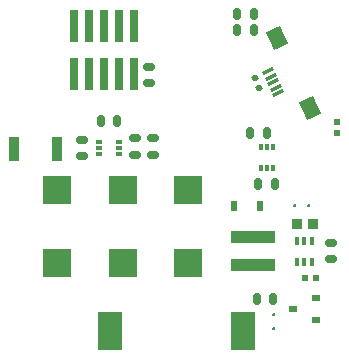
<source format=gbp>
G04*
G04 #@! TF.GenerationSoftware,Altium Limited,Altium Designer,20.2.6 (244)*
G04*
G04 Layer_Color=128*
%FSLAX25Y25*%
%MOIN*%
G70*
G04*
G04 #@! TF.SameCoordinates,E73447B6-61B4-4EEF-956E-7A2C62B3FEF5*
G04*
G04*
G04 #@! TF.FilePolarity,Positive*
G04*
G01*
G75*
G04:AMPARAMS|DCode=31|XSize=39.37mil|YSize=27.56mil|CornerRadius=6.89mil|HoleSize=0mil|Usage=FLASHONLY|Rotation=180.000|XOffset=0mil|YOffset=0mil|HoleType=Round|Shape=RoundedRectangle|*
%AMROUNDEDRECTD31*
21,1,0.03937,0.01378,0,0,180.0*
21,1,0.02559,0.02756,0,0,180.0*
1,1,0.01378,-0.01280,0.00689*
1,1,0.01378,0.01280,0.00689*
1,1,0.01378,0.01280,-0.00689*
1,1,0.01378,-0.01280,-0.00689*
%
%ADD31ROUNDEDRECTD31*%
G04:AMPARAMS|DCode=32|XSize=39.37mil|YSize=27.56mil|CornerRadius=6.89mil|HoleSize=0mil|Usage=FLASHONLY|Rotation=270.000|XOffset=0mil|YOffset=0mil|HoleType=Round|Shape=RoundedRectangle|*
%AMROUNDEDRECTD32*
21,1,0.03937,0.01378,0,0,270.0*
21,1,0.02559,0.02756,0,0,270.0*
1,1,0.01378,-0.00689,-0.01280*
1,1,0.01378,-0.00689,0.01280*
1,1,0.01378,0.00689,0.01280*
1,1,0.01378,0.00689,-0.01280*
%
%ADD32ROUNDEDRECTD32*%
G04:AMPARAMS|DCode=35|XSize=21.65mil|YSize=19.68mil|CornerRadius=2.46mil|HoleSize=0mil|Usage=FLASHONLY|Rotation=0.000|XOffset=0mil|YOffset=0mil|HoleType=Round|Shape=RoundedRectangle|*
%AMROUNDEDRECTD35*
21,1,0.02165,0.01476,0,0,0.0*
21,1,0.01673,0.01968,0,0,0.0*
1,1,0.00492,0.00837,-0.00738*
1,1,0.00492,-0.00837,-0.00738*
1,1,0.00492,-0.00837,0.00738*
1,1,0.00492,0.00837,0.00738*
%
%ADD35ROUNDEDRECTD35*%
G04:AMPARAMS|DCode=39|XSize=21.65mil|YSize=19.68mil|CornerRadius=2.46mil|HoleSize=0mil|Usage=FLASHONLY|Rotation=270.000|XOffset=0mil|YOffset=0mil|HoleType=Round|Shape=RoundedRectangle|*
%AMROUNDEDRECTD39*
21,1,0.02165,0.01476,0,0,270.0*
21,1,0.01673,0.01968,0,0,270.0*
1,1,0.00492,-0.00738,-0.00837*
1,1,0.00492,-0.00738,0.00837*
1,1,0.00492,0.00738,0.00837*
1,1,0.00492,0.00738,-0.00837*
%
%ADD39ROUNDEDRECTD39*%
%ADD42R,0.03347X0.03740*%
G04:AMPARAMS|DCode=43|XSize=10mil|YSize=10mil|CornerRadius=1.25mil|HoleSize=0mil|Usage=FLASHONLY|Rotation=90.000|XOffset=0mil|YOffset=0mil|HoleType=Round|Shape=RoundedRectangle|*
%AMROUNDEDRECTD43*
21,1,0.01000,0.00750,0,0,90.0*
21,1,0.00750,0.01000,0,0,90.0*
1,1,0.00250,0.00375,0.00375*
1,1,0.00250,0.00375,-0.00375*
1,1,0.00250,-0.00375,-0.00375*
1,1,0.00250,-0.00375,0.00375*
%
%ADD43ROUNDEDRECTD43*%
G04:AMPARAMS|DCode=44|XSize=10mil|YSize=10mil|CornerRadius=1.25mil|HoleSize=0mil|Usage=FLASHONLY|Rotation=180.000|XOffset=0mil|YOffset=0mil|HoleType=Round|Shape=RoundedRectangle|*
%AMROUNDEDRECTD44*
21,1,0.01000,0.00750,0,0,180.0*
21,1,0.00750,0.01000,0,0,180.0*
1,1,0.00250,-0.00375,0.00375*
1,1,0.00250,0.00375,0.00375*
1,1,0.00250,0.00375,-0.00375*
1,1,0.00250,-0.00375,-0.00375*
%
%ADD44ROUNDEDRECTD44*%
%ADD50R,0.01378X0.03150*%
%ADD57R,0.14567X0.03858*%
%ADD114R,0.01476X0.01968*%
%ADD115R,0.09567X0.09331*%
%ADD116R,0.02480X0.03268*%
%ADD118R,0.07992X0.12520*%
G04:AMPARAMS|DCode=119|XSize=21.65mil|YSize=19.68mil|CornerRadius=2.46mil|HoleSize=0mil|Usage=FLASHONLY|Rotation=205.000|XOffset=0mil|YOffset=0mil|HoleType=Round|Shape=RoundedRectangle|*
%AMROUNDEDRECTD119*
21,1,0.02165,0.01476,0,0,205.0*
21,1,0.01673,0.01968,0,0,205.0*
1,1,0.00492,-0.01070,0.00316*
1,1,0.00492,0.00446,0.01023*
1,1,0.00492,0.01070,-0.00316*
1,1,0.00492,-0.00446,-0.01023*
%
%ADD119ROUNDEDRECTD119*%
G04:AMPARAMS|DCode=120|XSize=11.81mil|YSize=39.37mil|CornerRadius=0mil|HoleSize=0mil|Usage=FLASHONLY|Rotation=295.000|XOffset=0mil|YOffset=0mil|HoleType=Round|Shape=Rectangle|*
%AMROTATEDRECTD120*
4,1,4,-0.02034,-0.00297,0.01535,0.01367,0.02034,0.00297,-0.01535,-0.01367,-0.02034,-0.00297,0.0*
%
%ADD120ROTATEDRECTD120*%

G04:AMPARAMS|DCode=121|XSize=64.96mil|YSize=51.18mil|CornerRadius=0mil|HoleSize=0mil|Usage=FLASHONLY|Rotation=295.000|XOffset=0mil|YOffset=0mil|HoleType=Round|Shape=Rectangle|*
%AMROTATEDRECTD121*
4,1,4,-0.03692,0.01862,0.00947,0.04025,0.03692,-0.01862,-0.00947,-0.04025,-0.03692,0.01862,0.0*
%
%ADD121ROTATEDRECTD121*%

%ADD122R,0.02850X0.02201*%
%ADD123R,0.03740X0.07874*%
%ADD124R,0.02913X0.10984*%
%ADD125R,0.01968X0.01476*%
D31*
X-9065Y40539D02*
D03*
X-9065Y35027D02*
D03*
X-31500Y16156D02*
D03*
X-31500Y10644D02*
D03*
X-14000Y16656D02*
D03*
X-14000Y11144D02*
D03*
X-8000Y11144D02*
D03*
X-8000Y16656D02*
D03*
X51445Y-18242D02*
D03*
X51445Y-23754D02*
D03*
D32*
X27210Y1268D02*
D03*
X32722Y1268D02*
D03*
X30122Y18220D02*
D03*
X24610Y18220D02*
D03*
X25656Y52800D02*
D03*
X20144Y52800D02*
D03*
X25656Y58000D02*
D03*
X20144Y58000D02*
D03*
X-25256Y22400D02*
D03*
X-19744Y22400D02*
D03*
X32272Y-36833D02*
D03*
X26761Y-36833D02*
D03*
D35*
X53526Y22023D02*
D03*
X53526Y18480D02*
D03*
D39*
X46331Y-29903D02*
D03*
X42788Y-29903D02*
D03*
D42*
X40124Y-11805D02*
D03*
X45438Y-11805D02*
D03*
D43*
X32568Y-46849D02*
D03*
X32568Y-42349D02*
D03*
D44*
X44036Y-6073D02*
D03*
X39535Y-6073D02*
D03*
D50*
X45129Y-24744D02*
D03*
X42570Y-24744D02*
D03*
X40011Y-24744D02*
D03*
X45129Y-17539D02*
D03*
X42570Y-17539D02*
D03*
X40011Y-17539D02*
D03*
D57*
X25417Y-16447D02*
D03*
X25417Y-25778D02*
D03*
D114*
X28161Y13577D02*
D03*
X30130Y13577D02*
D03*
X32098D02*
D03*
X32098Y6884D02*
D03*
X30130Y6884D02*
D03*
X28161Y6884D02*
D03*
D115*
X3800Y-508D02*
D03*
X3800Y-25075D02*
D03*
X-17950Y-25083D02*
D03*
X-17950Y-516D02*
D03*
X-39700Y-516D02*
D03*
X-39700Y-25083D02*
D03*
D116*
X27950Y-6100D02*
D03*
X19171Y-6100D02*
D03*
D118*
X22303Y-47506D02*
D03*
X-22303Y-47506D02*
D03*
D119*
X27526Y33443D02*
D03*
X26028Y36654D02*
D03*
D120*
X30564Y38903D02*
D03*
X31396Y37119D02*
D03*
X33060Y33551D02*
D03*
X32228Y35335D02*
D03*
X33892Y31767D02*
D03*
D121*
X44456Y26811D02*
D03*
X33558Y50182D02*
D03*
D122*
X46446Y-36514D02*
D03*
Y-43995D02*
D03*
X38694Y-40255D02*
D03*
D123*
X-39842Y13203D02*
D03*
X-54212Y13203D02*
D03*
D124*
X-34343Y54100D02*
D03*
X-29343Y54100D02*
D03*
X-24343D02*
D03*
X-19343Y54100D02*
D03*
X-14343Y54100D02*
D03*
X-34343Y38076D02*
D03*
X-29343Y38076D02*
D03*
X-24343Y38076D02*
D03*
X-19343Y38076D02*
D03*
X-14343Y38076D02*
D03*
D125*
X-25846Y15369D02*
D03*
X-25846Y13400D02*
D03*
X-25846Y11432D02*
D03*
X-19153Y11432D02*
D03*
Y13400D02*
D03*
Y15369D02*
D03*
M02*

</source>
